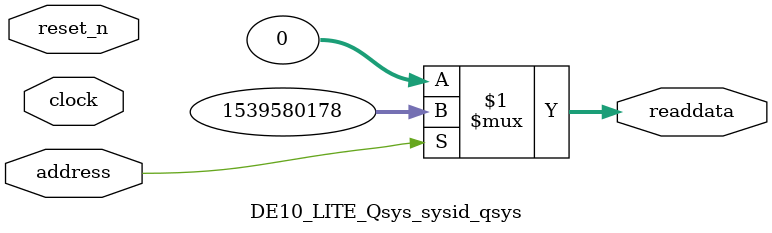
<source format=v>



// synthesis translate_off
`timescale 1ns / 1ps
// synthesis translate_on

// turn off superfluous verilog processor warnings 
// altera message_level Level1 
// altera message_off 10034 10035 10036 10037 10230 10240 10030 

module DE10_LITE_Qsys_sysid_qsys (
               // inputs:
                address,
                clock,
                reset_n,

               // outputs:
                readdata
             )
;

  output  [ 31: 0] readdata;
  input            address;
  input            clock;
  input            reset_n;

  wire    [ 31: 0] readdata;
  //control_slave, which is an e_avalon_slave
  assign readdata = address ? 1539580178 : 0;

endmodule



</source>
